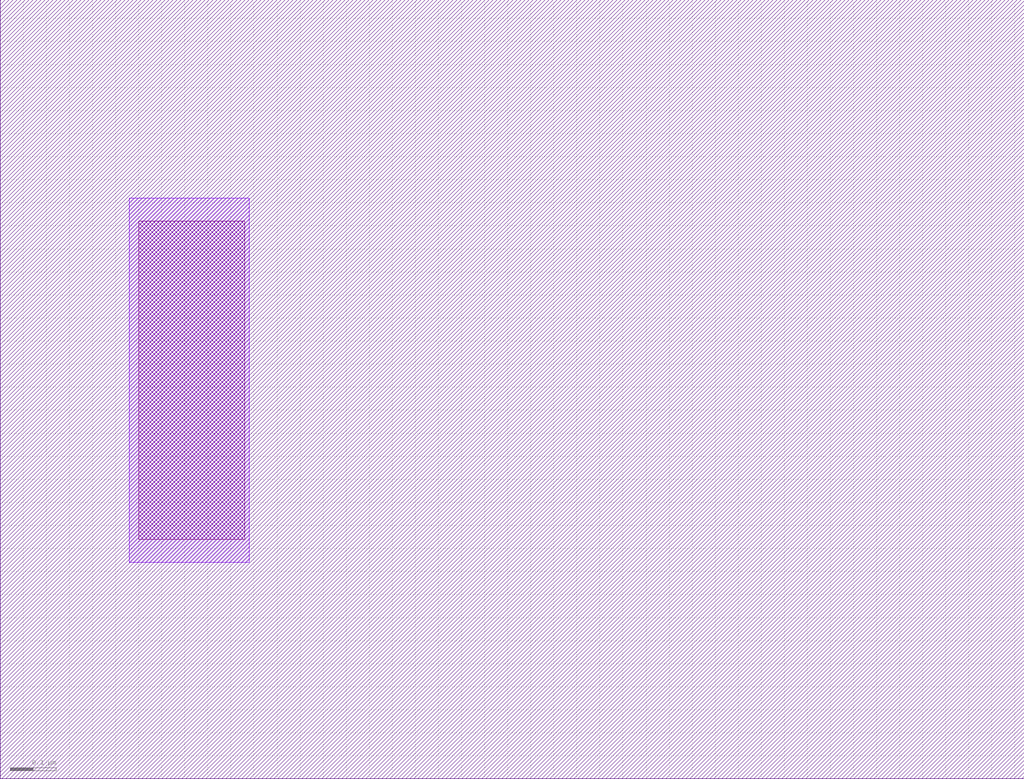
<source format=lef>
VERSION 5.7 ;
  NOWIREEXTENSIONATPIN ON ;
  DIVIDERCHAR "/" ;
  BUSBITCHARS "[]" ;
UNITS
  DATABASE MICRONS 200 ;
END UNITS

LAYER via2
  TYPE CUT ;
END via2

LAYER via
  TYPE CUT ;
END via

LAYER nwell
  TYPE MASTERSLICE ;
END nwell

LAYER via3
  TYPE CUT ;
END via3

LAYER pwell
  TYPE MASTERSLICE ;
END pwell

LAYER via4
  TYPE CUT ;
END via4

LAYER mcon
  TYPE CUT ;
END mcon

LAYER met6
  TYPE ROUTING ;
  WIDTH 0.030000 ;
  SPACING 0.040000 ;
  DIRECTION HORIZONTAL ;
END met6

LAYER met1
  TYPE ROUTING ;
  WIDTH 0.140000 ;
  SPACING 0.140000 ;
  DIRECTION HORIZONTAL ;
END met1

LAYER met3
  TYPE ROUTING ;
  WIDTH 0.300000 ;
  SPACING 0.300000 ;
  DIRECTION HORIZONTAL ;
END met3

LAYER met2
  TYPE ROUTING ;
  WIDTH 0.140000 ;
  SPACING 0.140000 ;
  DIRECTION HORIZONTAL ;
END met2

LAYER met4
  TYPE ROUTING ;
  WIDTH 0.300000 ;
  SPACING 0.300000 ;
  DIRECTION HORIZONTAL ;
END met4

LAYER met5
  TYPE ROUTING ;
  WIDTH 1.600000 ;
  SPACING 1.600000 ;
  DIRECTION HORIZONTAL ;
END met5

LAYER li1
  TYPE ROUTING ;
  WIDTH 0.170000 ;
  SPACING 0.170000 ;
  DIRECTION HORIZONTAL ;
END li1

MACRO sky130_hilas_FGVaractorTunnelCap01
  CLASS BLOCK ;
  FOREIGN sky130_hilas_FGVaractorTunnelCap01 ;
  ORIGIN 10.050 3.800 ;
  SIZE 2.220 BY 1.690 ;
  OBS
      LAYER li1 ;
        RECT -9.750 -3.280 -9.520 -2.590 ;
      LAYER met1 ;
        RECT -9.770 -3.330 -9.510 -2.540 ;
  END
END sky130_hilas_FGVaractorTunnelCap01
END LIBRARY


</source>
